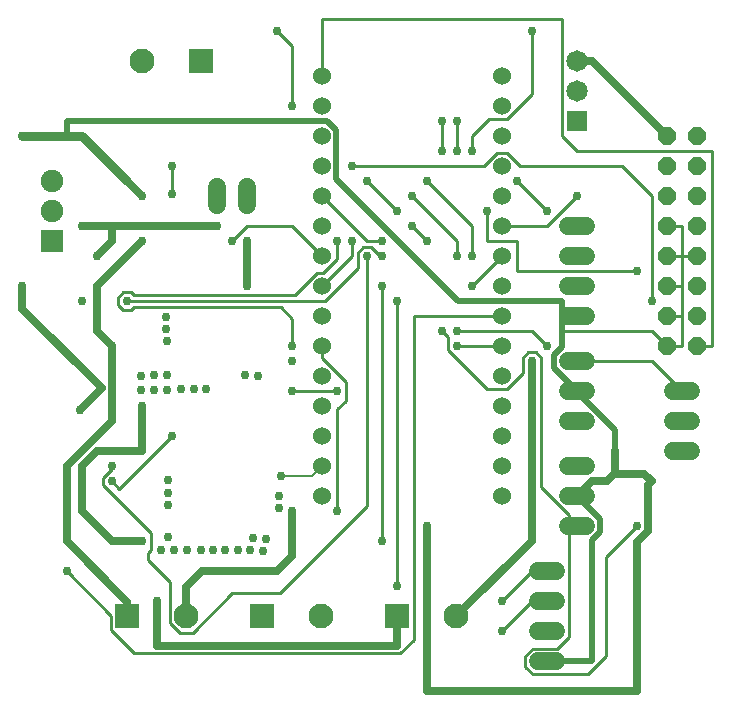
<source format=gbr>
G04 EAGLE Gerber RS-274X export*
G75*
%MOMM*%
%FSLAX34Y34*%
%LPD*%
%INBottom Copper*%
%IPPOS*%
%AMOC8*
5,1,8,0,0,1.08239X$1,22.5*%
G01*
%ADD10R,2.100000X2.100000*%
%ADD11C,2.100000*%
%ADD12P,1.649562X8X112.500000*%
%ADD13C,1.508000*%
%ADD14C,1.524000*%
%ADD15R,1.815000X1.815000*%
%ADD16C,1.815000*%
%ADD17R,1.910000X1.910000*%
%ADD18C,1.910000*%
%ADD19C,0.756400*%
%ADD20C,0.635000*%
%ADD21C,0.254000*%
%ADD22C,0.152400*%
%ADD23C,0.762000*%
%ADD24C,0.508000*%


D10*
X177400Y952500D03*
D11*
X127400Y952500D03*
D10*
X343300Y482600D03*
D11*
X393300Y482600D03*
D12*
X596900Y711200D03*
X596900Y736600D03*
X596900Y762000D03*
X596900Y787400D03*
X596900Y812800D03*
X596900Y838200D03*
X571500Y711200D03*
X571500Y736600D03*
X571500Y762000D03*
X571500Y787400D03*
X571500Y812800D03*
X571500Y838200D03*
X596900Y863600D03*
X596900Y889000D03*
X571500Y863600D03*
X571500Y889000D03*
D13*
X502840Y736600D02*
X487760Y736600D01*
X487760Y762000D02*
X502840Y762000D01*
X502840Y787400D02*
X487760Y787400D01*
X487760Y812800D02*
X502840Y812800D01*
D14*
X431800Y762000D03*
X431800Y736600D03*
X431800Y711200D03*
X431800Y685800D03*
X431800Y660400D03*
X431800Y635000D03*
X431800Y787400D03*
X431800Y812800D03*
X431800Y838200D03*
X431800Y863600D03*
X431800Y889000D03*
X431800Y914400D03*
X431800Y939800D03*
X431800Y609600D03*
X431800Y584200D03*
X279400Y762000D03*
X279400Y787400D03*
X279400Y812800D03*
X279400Y838200D03*
X279400Y863600D03*
X279400Y889000D03*
X279400Y736600D03*
X279400Y711200D03*
X279400Y685800D03*
X279400Y660400D03*
X279400Y635000D03*
X279400Y609600D03*
X279400Y584200D03*
X279400Y914400D03*
X279400Y939800D03*
D10*
X114700Y482600D03*
D11*
X164700Y482600D03*
D10*
X229000Y482600D03*
D11*
X279000Y482600D03*
D15*
X495300Y901700D03*
D16*
X495300Y927100D03*
X495300Y952500D03*
D13*
X576660Y622300D02*
X591740Y622300D01*
X591740Y647700D02*
X576660Y647700D01*
X576660Y673100D02*
X591740Y673100D01*
X502840Y558800D02*
X487760Y558800D01*
X487760Y584200D02*
X502840Y584200D01*
X502840Y609600D02*
X487760Y609600D01*
X487760Y647700D02*
X502840Y647700D01*
X502840Y673100D02*
X487760Y673100D01*
X487760Y698500D02*
X502840Y698500D01*
X477440Y444500D02*
X462360Y444500D01*
X462360Y469900D02*
X477440Y469900D01*
X477440Y495300D02*
X462360Y495300D01*
X462360Y520700D02*
X477440Y520700D01*
D17*
X50800Y800100D03*
D18*
X50800Y825600D03*
X50800Y851100D03*
D13*
X190500Y845740D02*
X190500Y830660D01*
X215900Y830660D02*
X215900Y845740D01*
D19*
X88900Y787400D03*
D20*
X76200Y812800D02*
X101600Y812800D01*
X101600Y800100D01*
X88900Y787400D01*
D19*
X190500Y812800D03*
X139700Y495300D03*
D20*
X139700Y457200D01*
X342900Y457200D01*
X343300Y457600D01*
X343300Y482600D01*
D19*
X76200Y812800D03*
D20*
X190500Y812800D01*
D19*
X74422Y657098D03*
D20*
X92837Y675513D01*
X25400Y742950D01*
X495300Y952500D02*
X508000Y952500D01*
X571500Y889000D01*
D21*
X558800Y698500D02*
X495300Y698500D01*
X558800Y698500D02*
X584200Y673100D01*
D20*
X25400Y742950D02*
X25400Y762000D01*
D19*
X25400Y762000D03*
X244602Y601472D03*
D22*
X271272Y601472D01*
X279400Y609600D01*
D19*
X25400Y889000D03*
D23*
X63500Y889000D01*
X76200Y889000D01*
X114300Y850900D01*
D24*
X63500Y889000D02*
X63500Y901700D01*
X291560Y894037D02*
X291560Y852520D01*
X291560Y894037D02*
X283897Y901700D01*
X394780Y749300D02*
X482600Y749300D01*
X482600Y710424D02*
X475680Y703504D01*
X475680Y692720D01*
X495300Y673100D01*
X283897Y901700D02*
X63500Y901700D01*
X291560Y852520D02*
X394780Y749300D01*
X482600Y749300D02*
X482600Y736600D01*
X482600Y723900D01*
X482600Y710424D01*
X495300Y673100D02*
X495300Y672324D01*
X527620Y640004D01*
X527620Y622300D01*
X514920Y553796D02*
X508000Y546876D01*
X508000Y444500D01*
X514920Y564580D02*
X495300Y584200D01*
X514920Y564580D02*
X514920Y553796D01*
X508000Y444500D02*
X469900Y444500D01*
X482600Y736600D02*
X495300Y736600D01*
D19*
X127000Y838200D03*
D20*
X114300Y850900D01*
D21*
X482600Y723900D02*
X558800Y723900D01*
X571500Y711200D01*
X584200Y711200D01*
X584200Y736600D01*
X584200Y762000D01*
X584200Y787400D01*
X584200Y812800D01*
X571500Y812800D01*
X571500Y736600D02*
X584200Y736600D01*
X584200Y762000D02*
X571500Y762000D01*
X571500Y787400D02*
X584200Y787400D01*
D19*
X368300Y558800D03*
D20*
X368300Y419100D01*
X546100Y419100D01*
X546100Y545369D02*
X555597Y554866D01*
X555597Y593697D02*
X558800Y596900D01*
X555597Y593697D02*
X555597Y554866D01*
X546100Y545369D02*
X546100Y419100D01*
X495300Y584200D02*
X507985Y596885D01*
X552450Y603250D02*
X558800Y596900D01*
X527620Y603250D02*
X527050Y603250D01*
X527620Y603250D02*
X552450Y603250D01*
X527620Y603250D02*
X527620Y622300D01*
X508107Y596885D02*
X507985Y596885D01*
X508107Y596885D02*
X508122Y596900D01*
X520700Y596900D01*
X527050Y603250D01*
D21*
X584200Y787400D02*
X596900Y787400D01*
D19*
X101600Y609600D03*
D21*
X94008Y600045D02*
X94008Y593755D01*
X101600Y607637D02*
X101600Y609600D01*
X101600Y607637D02*
X94008Y600045D01*
X132108Y536545D02*
X132108Y530255D01*
X150930Y476896D02*
X158996Y468830D01*
X170404Y468830D01*
X203605Y502031D02*
X243773Y502031D01*
X150930Y511433D02*
X132108Y530255D01*
X150930Y511433D02*
X150930Y476896D01*
X170404Y468830D02*
X203605Y502031D01*
X134592Y539029D02*
X132108Y536545D01*
X243773Y502031D02*
X317500Y575759D01*
X317500Y787400D01*
X134592Y553171D02*
X134592Y539029D01*
X134592Y553171D02*
X94008Y593755D01*
D19*
X317500Y787400D03*
X254000Y698500D03*
D20*
X241300Y520700D02*
X177800Y520700D01*
X164700Y507600D01*
X164700Y482600D01*
X241300Y520700D02*
X254000Y533400D01*
X254000Y571500D01*
D19*
X254000Y571500D03*
X215900Y800100D03*
D20*
X215900Y762000D01*
D19*
X215900Y762000D03*
X101600Y711200D03*
X127000Y800100D03*
D20*
X88900Y762000D01*
X88900Y723900D01*
X101600Y711200D01*
X101600Y647700D01*
X63500Y609600D01*
X63500Y546100D01*
X114700Y494900D02*
X114700Y482600D01*
X114700Y494900D02*
X63500Y546100D01*
D19*
X393700Y711200D03*
D21*
X431800Y711200D01*
D19*
X127000Y660400D03*
D20*
X127000Y622300D01*
X88900Y622300D01*
X76200Y609600D01*
X76200Y571500D01*
D19*
X127000Y546100D03*
D20*
X101600Y546100D02*
X76200Y571500D01*
X101600Y546100D02*
X127000Y546100D01*
D19*
X254000Y673100D03*
D21*
X292100Y673100D01*
D19*
X292100Y673100D03*
X152400Y635000D03*
D21*
X107950Y590550D01*
X101600Y596900D01*
D19*
X101600Y596900D03*
X63500Y520700D03*
D21*
X100930Y483270D01*
X100930Y470746D01*
X345373Y451231D02*
X357070Y462929D01*
X120445Y451231D02*
X100930Y470746D01*
X120445Y451231D02*
X345373Y451231D01*
X357070Y462929D02*
X357070Y736600D01*
X431800Y736600D01*
D19*
X114300Y749300D03*
D21*
X309908Y790545D02*
X314355Y794992D01*
X320645Y794992D01*
X282101Y749300D02*
X114300Y749300D01*
X282101Y749300D02*
X309908Y777107D01*
X328237Y787400D02*
X330200Y787400D01*
X309908Y790545D02*
X309908Y777107D01*
X320645Y794992D02*
X328237Y787400D01*
D19*
X330200Y787400D03*
X152400Y863600D03*
D21*
X152400Y840486D01*
D19*
X203200Y800100D03*
D21*
X215900Y812800D01*
X254000Y812800D01*
X279400Y787400D01*
D19*
X152400Y840486D03*
D21*
X406400Y762000D02*
X431800Y787400D01*
D19*
X406400Y762000D03*
X381000Y723900D03*
D21*
X449608Y701645D02*
X454055Y706092D01*
X460345Y706092D01*
X464792Y701645D01*
X457882Y455310D02*
X451550Y448978D01*
X451550Y440022D01*
X457882Y433690D01*
X386108Y718792D02*
X381000Y723900D01*
X386108Y718792D02*
X386108Y708055D01*
X457882Y455310D02*
X478138Y455310D01*
X457882Y433690D02*
X504733Y433690D01*
X520254Y449211D01*
X419253Y674910D02*
X386108Y708055D01*
X419253Y674910D02*
X436311Y674910D01*
X449608Y688207D01*
X449608Y701645D01*
X520254Y532954D02*
X520254Y449211D01*
X520254Y532954D02*
X546100Y558800D01*
X488250Y568422D02*
X488250Y465422D01*
X478138Y455310D01*
X464792Y591880D02*
X464792Y701645D01*
X464792Y591880D02*
X488250Y568422D01*
D19*
X546100Y558800D03*
X457200Y977900D03*
D21*
X420910Y903510D02*
X406400Y889000D01*
X420910Y903510D02*
X436311Y903510D01*
X457200Y924399D02*
X457200Y977900D01*
X457200Y924399D02*
X436311Y903510D01*
X406400Y889000D02*
X406400Y876300D01*
D19*
X406400Y876300D03*
D21*
X304800Y787400D02*
X279400Y762000D01*
X304800Y787400D02*
X304800Y800100D01*
D19*
X444500Y850900D03*
D21*
X469900Y825500D01*
D19*
X469900Y825500D03*
X304800Y800100D03*
X342900Y825500D03*
X317500Y850900D03*
D21*
X342900Y825500D01*
D19*
X393700Y723900D03*
D21*
X457200Y723900D01*
X469900Y711200D01*
D19*
X469900Y711200D03*
D21*
X469900Y812800D02*
X431800Y812800D01*
X469900Y812800D02*
X495300Y838200D01*
D19*
X495300Y838200D03*
X457200Y698500D03*
D20*
X457200Y546500D01*
X393300Y482600D01*
D21*
X279400Y701201D02*
X279400Y711200D01*
X279400Y701201D02*
X299692Y680909D01*
X299692Y665291D01*
X292100Y657699D01*
X292100Y571500D01*
D19*
X292100Y571500D03*
X241300Y977900D03*
D21*
X254000Y965200D01*
X254000Y914400D01*
D19*
X254000Y914400D03*
X292100Y800100D03*
D21*
X117445Y756892D02*
X111155Y756892D01*
X106708Y752445D01*
X106708Y746155D01*
X111155Y741708D01*
X117445Y741708D01*
X292100Y784699D02*
X292100Y800100D01*
X292100Y784699D02*
X280291Y772890D01*
X274889Y772890D01*
X256407Y754408D01*
X119929Y754408D01*
X117445Y756892D01*
X119929Y744192D02*
X117445Y741708D01*
X119929Y744192D02*
X244445Y744192D01*
X254000Y734637D01*
X254000Y711200D01*
D19*
X254000Y711200D03*
X393700Y901700D03*
D21*
X393700Y876300D01*
D19*
X393700Y876300D03*
X368300Y850900D03*
D21*
X406400Y812800D01*
X406400Y787400D01*
D19*
X406400Y787400D03*
X342900Y749300D03*
D21*
X342900Y508000D01*
D19*
X342900Y508000D03*
X431800Y469900D03*
D21*
X457200Y495300D01*
X469900Y495300D01*
D19*
X381000Y901700D03*
D21*
X381000Y876300D01*
D19*
X381000Y876300D03*
X355600Y838200D03*
X393700Y787400D03*
X330200Y762000D03*
D21*
X330200Y546100D01*
D19*
X330200Y546100D03*
X431800Y495300D03*
D21*
X457200Y520700D01*
X469900Y520700D01*
X393700Y800100D02*
X355600Y838200D01*
X393700Y800100D02*
X393700Y787400D01*
X279400Y939800D02*
X279400Y988570D01*
X482600Y988570D01*
X482600Y889000D01*
X495300Y876300D01*
X609600Y876300D01*
X609600Y711200D01*
X596900Y711200D01*
D19*
X546100Y774700D03*
D21*
X444500Y774700D01*
X444500Y800100D01*
X419100Y800100D01*
X419100Y825500D01*
D19*
X419100Y825500D03*
X368300Y800100D03*
D21*
X355600Y812800D01*
D19*
X355600Y812800D03*
X330200Y800100D03*
D21*
X317500Y800100D01*
X279400Y838200D01*
D19*
X304800Y863600D03*
D21*
X533400Y863600D02*
X558800Y838200D01*
X436311Y874490D02*
X427289Y874490D01*
X416399Y863600D02*
X304800Y863600D01*
X447201Y863600D02*
X533400Y863600D01*
X427289Y874490D02*
X416399Y863600D01*
X436311Y874490D02*
X447201Y863600D01*
X558800Y838200D02*
X558800Y749300D01*
D19*
X558800Y749300D03*
X76200Y749300D03*
X147574Y736092D03*
X147701Y725678D03*
X148082Y715518D03*
X214503Y686816D03*
X225171Y686435D03*
X147828Y686562D03*
X137541Y686562D03*
X125984Y686181D03*
X148717Y598297D03*
X148971Y587375D03*
X148971Y576961D03*
X149225Y549656D03*
X143510Y538861D03*
X153797Y538861D03*
X165481Y538353D03*
X176911Y538607D03*
X187579Y538861D03*
X197739Y538607D03*
X208026Y538607D03*
X218440Y538607D03*
X229362Y538099D03*
X231648Y548386D03*
X221107Y548640D03*
X126238Y674370D03*
X137414Y674243D03*
X148590Y674497D03*
X160020Y674751D03*
X170815Y674751D03*
X181356Y674751D03*
X243078Y584454D03*
X243078Y573913D03*
M02*

</source>
